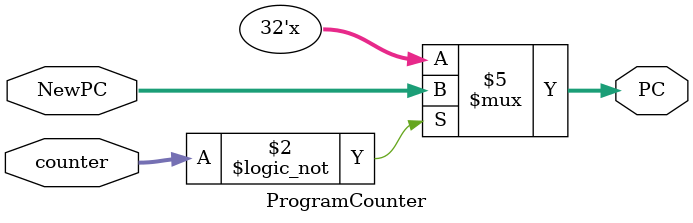
<source format=v>
module ProgramCounter(counter, NewPC, PC);
    input[2:0] counter;
    input[31:0] NewPC;
    output reg[31:0] PC = 0;
    always @(counter)begin
        if(counter == 0) PC = NewPC;
    end
endmodule

</source>
